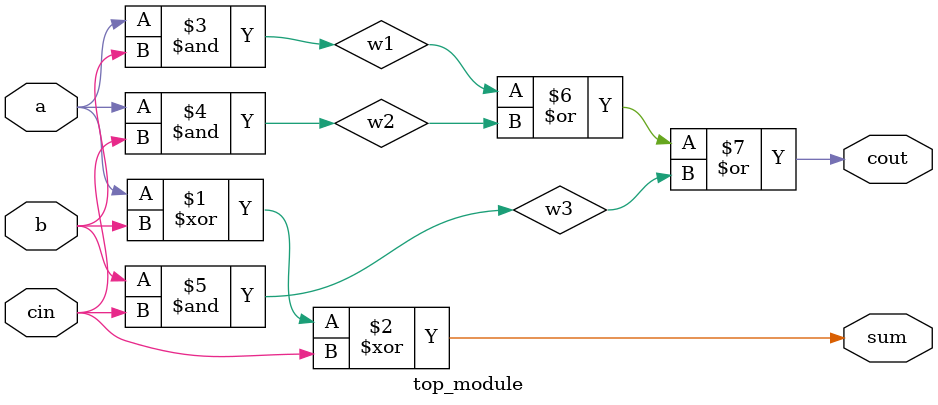
<source format=sv>
module top_module (
    input a,
    input b,
    input cin,
    output cout,
    output sum
);

    wire w1, w2, w3;

    // Sum
    xor (sum, a, b, cin);

    // Carry
    and (w1, a, b);
    and (w2, a, cin);
    and (w3, b, cin);
    or (cout, w1, w2, w3);

endmodule

</source>
